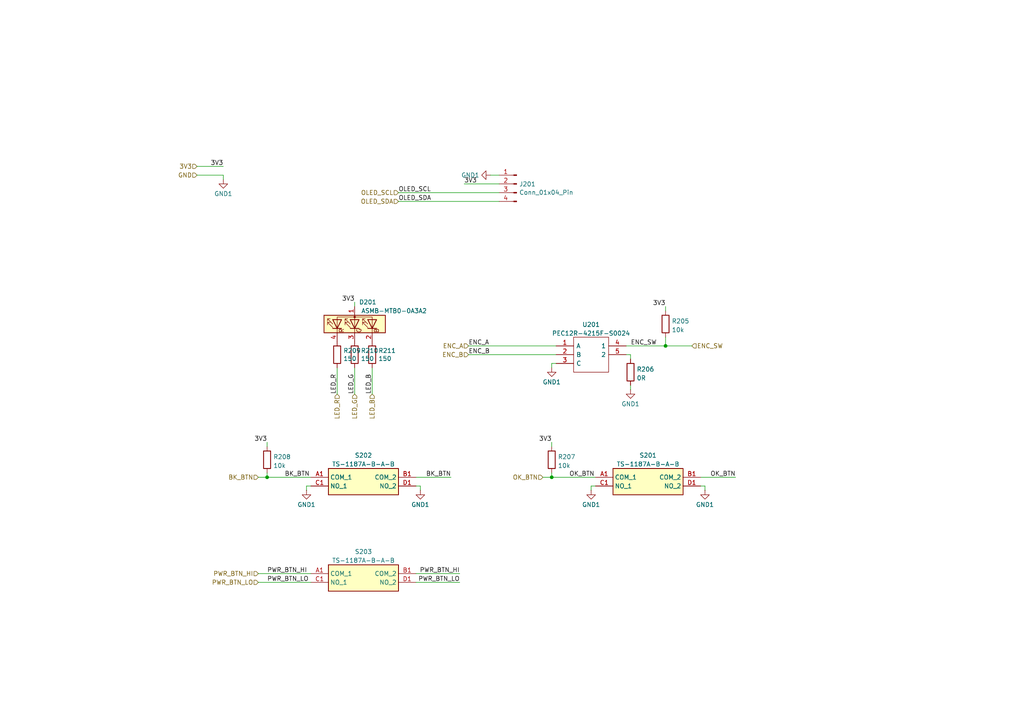
<source format=kicad_sch>
(kicad_sch (version 20231120) (generator "eeschema") (generator_version "8.0")
  (paper "A4")
  (lib_symbols
    (symbol "Connector:Conn_01x04_Pin" (pin_names (offset 1.016) hide)
      (property "Reference" "J" (at 0 5.08 0))
      (property "Value" "Conn_01x04_Pin" (at 0 -7.62 0))
      (symbol "Conn_01x04_Pin_1_1"
        (polyline (pts (xy 1.27 -5.08) (xy 0.8636 -5.08)) (stroke (width 0.1524)))
        (polyline (pts (xy 1.27 -2.54) (xy 0.8636 -2.54)) (stroke (width 0.1524)))
        (polyline (pts (xy 1.27 0) (xy 0.8636 0)) (stroke (width 0.1524)))
        (polyline (pts (xy 1.27 2.54) (xy 0.8636 2.54)) (stroke (width 0.1524)))
        (rectangle (start 0.8636 -4.953) (end 0 -5.207) (stroke (width 0.1524)) (fill (type outline)))
        (rectangle (start 0.8636 -2.413) (end 0 -2.667) (stroke (width 0.1524)) (fill (type outline)))
        (rectangle (start 0.8636 0.127) (end 0 -0.127) (stroke (width 0.1524)) (fill (type outline)))
        (rectangle (start 0.8636 2.667) (end 0 2.413) (stroke (width 0.1524)) (fill (type outline)))
        (pin passive line (at 5.08 2.54 180) (length 3.81) (name "Pin_1") (number "1"))
        (pin passive line (at 5.08 0 180) (length 3.81) (name "Pin_2") (number "2"))
        (pin passive line (at 5.08 -2.54 180) (length 3.81) (name "Pin_3") (number "3"))
        (pin passive line (at 5.08 -5.08 180) (length 3.81) (name "Pin_4") (number "4"))
      )
    )
    (symbol "Device:R" (pin_numbers hide) (pin_names (offset 0))
      (property "Reference" "R" (at 2.032 0 90))
      (property "Value" "R" (at 0 0 90))
      (symbol "R_0_1"
        (rectangle (start -1.016 -2.54) (end 1.016 2.54) (stroke (width 0.254)))
      )
      (symbol "R_1_1"
        (pin passive line (at 0 3.81 270) (length 1.27) (name "~") (number "1"))
        (pin passive line (at 0 -3.81 90) (length 1.27) (name "~") (number "2"))
      )
    )
    (symbol "LED:ASMB-MTB0-0A3A2" (pin_names (offset 0) hide)
      (property "Reference" "D" (at 0 10.16 0))
      (property "Value" "ASMB-MTB0-0A3A2" (at 0 -10.16 0))
      (symbol "ASMB-MTB0-0A3A2_0_0"
        (text "B" (at -1.905 -6.35 0) (effects (font (size 1.27 1.27))))
        (text "G" (at -1.905 -1.27 0) (effects (font (size 1.27 1.27))))
        (text "R" (at -1.905 3.81 0) (effects (font (size 1.27 1.27))))
      )
      (symbol "ASMB-MTB0-0A3A2_0_1"
        (rectangle (start -2.54 -8.89) (end 2.54 8.89) (stroke (width 0.254)) (fill (type background)))
        (polyline (pts (xy -2.54 -5.08) (xy 1.27 -5.08)))
        (polyline (pts (xy -1.27 -3.81) (xy -1.27 -6.35)) (stroke (width 0.254)))
        (polyline (pts (xy -1.27 1.27) (xy -1.27 -1.27)) (stroke (width 0.254)))
        (polyline (pts (xy -1.27 6.35) (xy -1.27 3.81)) (stroke (width 0.254)))
        (polyline (pts (xy 1.27 5.08) (xy -2.54 5.08)))
        (polyline (pts (xy 2.54 0) (xy -2.54 0)))
        (polyline (pts (xy 1.27 -5.08) (xy 2.032 -5.08) (xy 2.032 5.08) (xy 1.27 5.08)))
        (polyline (pts (xy 1.27 -3.81) (xy 1.27 -6.35) (xy -1.27 -5.08) (xy 1.27 -3.81)) (stroke (width 0.254)))
        (polyline (pts (xy 1.27 1.27) (xy 1.27 -1.27) (xy -1.27 0) (xy 1.27 1.27)) (stroke (width 0.254)))
        (polyline (pts (xy 1.27 6.35) (xy 1.27 3.81) (xy -1.27 5.08) (xy 1.27 6.35)) (stroke (width 0.254)))
        (polyline (pts (xy -1.016 -3.81) (xy 0.508 -2.286) (xy -0.254 -2.286) (xy 0.508 -2.286) (xy 0.508 -3.048)))
        (polyline (pts (xy -1.016 1.27) (xy 0.508 2.794) (xy -0.254 2.794) (xy 0.508 2.794) (xy 0.508 2.032)))
        (polyline (pts (xy -1.016 6.35) (xy 0.508 7.874) (xy -0.254 7.874) (xy 0.508 7.874) (xy 0.508 7.112)))
        (polyline (pts (xy 0 -3.81) (xy 1.524 -2.286) (xy 0.762 -2.286) (xy 1.524 -2.286) (xy 1.524 -3.048)))
        (polyline (pts (xy 0 1.27) (xy 1.524 2.794) (xy 0.762 2.794) (xy 1.524 2.794) (xy 1.524 2.032)))
        (polyline (pts (xy 0 6.35) (xy 1.524 7.874) (xy 0.762 7.874) (xy 1.524 7.874) (xy 1.524 7.112)))
        (rectangle (start 1.27 6.35) (end 1.27 6.35))
        (circle (center 2.032 0) (radius 0.254) (fill (type outline)))
      )
      (symbol "ASMB-MTB0-0A3A2_1_1"
        (pin passive line (at 5.08 0 180) (length 2.54) (name "A") (number "1"))
        (pin passive line (at -5.08 -5.08 0) (length 2.54) (name "BK") (number "2"))
        (pin passive line (at -5.08 0 0) (length 2.54) (name "GK") (number "3"))
        (pin passive line (at -5.08 5.08 0) (length 2.54) (name "RK") (number "4"))
      )
    )
    (symbol "PEC12R-4215F-S0024:PEC12R-4215F-S0024" (pin_names (offset 0.762))
      (property "Reference" "U" (at 16.51 7.62 0))
      (property "Value" "PEC12R-4215F-S0024" (at 16.51 5.08 0))
      (symbol "PEC12R-4215F-S0024_0_0"
        (pin passive line (at 0 0 0) (length 5.08) (name "A") (number "1"))
        (pin passive line (at 0 -2.54 0) (length 5.08) (name "B") (number "2"))
        (pin passive line (at 0 -5.08 0) (length 5.08) (name "C") (number "3"))
        (pin passive line (at 20.32 0 180) (length 5.08) (name "1") (number "4"))
        (pin passive line (at 20.32 -2.54 180) (length 5.08) (name "2") (number "5"))
      )
      (symbol "PEC12R-4215F-S0024_0_1"
        (polyline (pts (xy 5.08 2.54) (xy 15.24 2.54) (xy 15.24 -7.62) (xy 5.08 -7.62) (xy 5.08 2.54)) (stroke (width 0.1524)))
      )
    )
    (symbol "TS-1187A-B-A-B:TS-1187A-B-A-B"
      (property "Reference" "S" (at 26.67 7.62 0))
      (property "Value" "TS-1187A-B-A-B" (at 26.67 5.08 0))
      (property "LCSC" "C318884" (at 0 0 0))
      (symbol "TS-1187A-B-A-B_1_1"
        (rectangle (start 5.08 2.54) (end 25.4 -5.08) (stroke (width 0.254)) (fill (type background)))
        (pin passive line (at 0 0 0) (length 5.08) (name "COM_1") (number "A1"))
        (pin passive line (at 30.48 0 180) (length 5.08) (name "COM_2") (number "B1"))
        (pin passive line (at 0 -2.54 0) (length 5.08) (name "NO_1") (number "C1"))
        (pin passive line (at 30.48 -2.54 180) (length 5.08) (name "NO_2") (number "D1"))
      )
    )
    (symbol "power:GND1" (power) (pin_numbers hide) (pin_names (offset 0) hide)
      (property "Value" "GND1" (at 0 -3.81 0))
      (symbol "GND1_0_1"
        (polyline (pts (xy 0 0) (xy 0 -1.27) (xy 1.27 -1.27) (xy 0 -2.54) (xy -1.27 -1.27) (xy 0 -1.27)))
      )
      (symbol "GND1_1_1"
        (pin power_in line (at 0 0 270) (length 0) (name "~") (number "1"))
      )
    )
  )
  (junction (at 77.47 138.43))
  (junction (at 193.04 100.33))
  (junction (at 160.02 138.43))
  (wire (pts (xy 74.93 138.43) (xy 77.47 138.43)))
  (wire (pts (xy 181.61 102.87) (xy 182.88 102.87)))
  (wire (pts (xy 102.87 87.63) (xy 102.87 88.9)))
  (wire (pts (xy 171.45 140.97) (xy 172.72 140.97)))
  (wire (pts (xy 203.2 140.97) (xy 204.47 140.97)))
  (wire (pts (xy 181.61 100.33) (xy 193.04 100.33)))
  (wire (pts (xy 182.88 113.03) (xy 182.88 111.76)))
  (wire (pts (xy 193.04 97.79) (xy 193.04 100.33)))
  (wire (pts (xy 64.77 50.8) (xy 64.77 52.07)))
  (wire (pts (xy 88.9 140.97) (xy 90.17 140.97)))
  (wire (pts (xy 142.24 50.8) (xy 144.78 50.8)))
  (wire (pts (xy 160.02 137.16) (xy 160.02 138.43)))
  (wire (pts (xy 115.57 58.42) (xy 144.78 58.42)))
  (wire (pts (xy 203.2 138.43) (xy 213.36 138.43)))
  (wire (pts (xy 57.15 48.26) (xy 64.77 48.26)))
  (wire (pts (xy 120.65 138.43) (xy 130.81 138.43)))
  (wire (pts (xy 160.02 105.41) (xy 160.02 106.68)))
  (wire (pts (xy 121.92 140.97) (xy 121.92 142.24)))
  (wire (pts (xy 102.87 106.68) (xy 102.87 114.3)))
  (wire (pts (xy 182.88 102.87) (xy 182.88 104.14)))
  (wire (pts (xy 135.89 100.33) (xy 161.29 100.33)))
  (wire (pts (xy 115.57 55.88) (xy 144.78 55.88)))
  (wire (pts (xy 88.9 140.97) (xy 88.9 142.24)))
  (wire (pts (xy 77.47 137.16) (xy 77.47 138.43)))
  (wire (pts (xy 193.04 88.9) (xy 193.04 90.17)))
  (wire (pts (xy 107.95 106.68) (xy 107.95 114.3)))
  (wire (pts (xy 97.79 106.68) (xy 97.79 114.3)))
  (wire (pts (xy 77.47 138.43) (xy 90.17 138.43)))
  (wire (pts (xy 134.62 53.34) (xy 144.78 53.34)))
  (wire (pts (xy 135.89 102.87) (xy 161.29 102.87)))
  (wire (pts (xy 74.93 166.37) (xy 90.17 166.37)))
  (wire (pts (xy 157.48 138.43) (xy 160.02 138.43)))
  (wire (pts (xy 57.15 50.8) (xy 64.77 50.8)))
  (wire (pts (xy 160.02 128.27) (xy 160.02 129.54)))
  (wire (pts (xy 120.65 140.97) (xy 121.92 140.97)))
  (wire (pts (xy 74.93 168.91) (xy 90.17 168.91)))
  (wire (pts (xy 160.02 138.43) (xy 172.72 138.43)))
  (wire (pts (xy 193.04 100.33) (xy 200.66 100.33)))
  (wire (pts (xy 133.35 166.37) (xy 120.65 166.37)))
  (wire (pts (xy 77.47 128.27) (xy 77.47 129.54)))
  (wire (pts (xy 171.45 140.97) (xy 171.45 142.24)))
  (wire (pts (xy 133.35 168.91) (xy 120.65 168.91)))
  (wire (pts (xy 204.47 140.97) (xy 204.47 142.24)))
  (wire (pts (xy 161.29 105.41) (xy 160.02 105.41)))
  (label "LED_B" (at 107.95 114.3 90))
  (label "BK_BTN" (at 130.81 138.43 180))
  (label "OK_BTN" (at 213.36 138.43 180))
  (label "OLED_SDA" (at 115.57 58.42 0))
  (label "ENC_A" (at 135.89 100.33 0))
  (label "PWR_BTN_LO" (at 77.47 168.91 0))
  (label "ENC_B" (at 135.89 102.87 0))
  (label "3V3" (at 102.87 87.63 180))
  (label "PWR_BTN_HI" (at 77.47 166.37 0))
  (label "3V3" (at 160.02 128.27 180))
  (label "PWR_BTN_LO" (at 133.35 168.91 180))
  (label "OK_BTN" (at 165.1 138.43 0))
  (label "PWR_BTN_HI" (at 133.35 166.37 180))
  (label "3V3" (at 134.62 53.34 0))
  (label "OLED_SCL" (at 115.57 55.88 0))
  (label "LED_G" (at 102.87 114.3 90))
  (label "ENC_SW" (at 190.5 100.33 180))
  (label "BK_BTN" (at 82.55 138.43 0))
  (label "3V3" (at 77.47 128.27 180))
  (label "3V3" (at 64.77 48.26 180))
  (label "3V3" (at 193.04 88.9 180))
  (label "LED_R" (at 97.79 114.3 90))
  (hierarchical_label "OLED_SDA" (shape input) (at 115.57 58.42 180))
  (hierarchical_label "ENC_A" (shape input) (at 135.89 100.33 180))
  (hierarchical_label "PWR_BTN_HI" (shape input) (at 74.93 166.37 180))
  (hierarchical_label "ENC_B" (shape input) (at 135.89 102.87 180))
  (hierarchical_label "PWR_BTN_LO" (shape input) (at 74.93 168.91 180))
  (hierarchical_label "LED_B" (shape input) (at 107.95 114.3 270))
  (hierarchical_label "LED_R" (shape input) (at 97.79 114.3 270))
  (hierarchical_label "3V3" (shape input) (at 57.15 48.26 180))
  (hierarchical_label "OK_BTN" (shape input) (at 157.48 138.43 180))
  (hierarchical_label "OLED_SCL" (shape input) (at 115.57 55.88 180))
  (hierarchical_label "ENC_SW" (shape input) (at 200.66 100.33 0))
  (hierarchical_label "GND" (shape input) (at 57.15 50.8 180))
  (hierarchical_label "BK_BTN" (shape input) (at 74.93 138.43 180))
  (hierarchical_label "LED_G" (shape input) (at 102.87 114.3 270))
  (symbol (lib_id "power:GND1") (at 204.47 142.24 0) (unit 1)
    (property "Reference" "#PWR0211" (effects (hide yes)))
    (property "Value" "GND1" (at 204.47 146.3731 0))
    (property "Description" "Power symbol creates a global label with name \"GND1\" , ground" (effects (hide yes)))
  )
  (symbol (lib_id "power:GND1") (at 121.92 142.24 0) (unit 1)
    (property "Reference" "#PWR0214" (effects (hide yes)))
    (property "Value" "GND1" (at 121.92 146.3731 0))
    (property "Description" "Power symbol creates a global label with name \"GND1\" , ground" (effects (hide yes)))
  )
  (symbol (lib_id "PEC12R-4215F-S0024:PEC12R-4215F-S0024") (at 161.29 100.33 0) (unit 1)
    (property "Reference" "U201" (at 171.45 94.141 0))
    (property "Value" "PEC12R-4215F-S0024" (at 171.45 96.6779 0))
    (property "Footprint" "PEC12R:PEC12R-4XXXF-SXXXX" (effects (hide yes)))
    (property "Datasheet" "https://datasheet.datasheetarchive.com/originals/distributors/DKDS-12/224890.pdf" (effects (hide yes)))
    (property "Description" "Encoders HORZ 24DET 24PULSE 15mm SHAFT SPST SW" (effects (hide yes)))
    (property "Manufacturer_Name" "Bourns" (effects (hide yes)))
    (property "Manufacturer_Part_Number" "PEC12R-4215F-S0024" (effects (hide yes)))
    (property "Mouser Part Number" "652-PEC12R-4215F-S24" (effects (hide yes)))
    (property "Mouser Price/Stock" "https://www.mouser.co.uk/ProductDetail/Bourns/PEC12R-4215F-S0024?qs=pxDZlBjcsCiq%252B%252BLwoVCNNg%3D%3D" (effects (hide yes)))
    (property "Assemble?" "N" (effects (hide yes)))
  )
  (symbol (lib_id "TS-1187A-B-A-B:TS-1187A-B-A-B") (at 90.17 166.37 0) (unit 1)
    (property "Reference" "S203" (at 105.41 160.02 0))
    (property "Value" "TS-1187A-B-A-B" (at 105.41 162.56 0))
    (property "Footprint" "LIB_TS-1187A-B-A-B:TS1187ABAB" (effects (hide yes)))
    (property "Datasheet" "http://www.helloxkb.com/public/images/pdf/TS-1187A-X-X-X.pdf" (effects (hide yes)))
    (property "Height" "4.05" (effects (hide yes)))
    (property "Manufacturer_Name" "XKB Connectivity" (effects (hide yes)))
    (property "Manufacturer_Part_Number" "TS-1187A-B-A-B" (effects (hide yes)))
    (property "LCSC" "C318884" (effects (hide yes)))
    (property "Assemble?" "Y" (effects (hide yes)))
  )
  (symbol (lib_id "power:GND1") (at 160.02 106.68 0) (unit 1)
    (property "Reference" "#PWR0208" (effects (hide yes)))
    (property "Value" "GND1" (at 160.02 110.8131 0))
    (property "Description" "Power symbol creates a global label with name \"GND1\" , ground" (effects (hide yes)))
  )
  (symbol (lib_id "power:GND1") (at 182.88 113.03 0) (unit 1)
    (property "Reference" "#PWR0203" (effects (hide yes)))
    (property "Value" "GND1" (at 182.88 117.1631 0))
    (property "Description" "Power symbol creates a global label with name \"GND1\" , ground" (effects (hide yes)))
  )
  (symbol (lib_id "Device:R") (at 77.47 133.35 0) (unit 1)
    (property "Reference" "R208" (at 79.248 132.5153 0) (effects (justify left)))
    (property "Value" "10k" (at 79.248 135.0522 0) (effects (justify left)))
    (property "Footprint" "Resistor_SMD:R_0402_1005Metric" (effects (hide yes)))
    (property "LCSC" "C25744" (effects (hide yes)))
  )
  (symbol (lib_id "Device:R") (at 160.02 133.35 0) (unit 1)
    (property "Reference" "R207" (at 161.798 132.5153 0) (effects (justify left)))
    (property "Value" "10k" (at 161.798 135.0522 0) (effects (justify left)))
    (property "Footprint" "Resistor_SMD:R_0402_1005Metric" (effects (hide yes)))
    (property "LCSC" "C25744" (effects (hide yes)))
  )
  (symbol (lib_id "power:GND1") (at 64.77 52.07 0) (unit 1)
    (property "Reference" "#PWR0201" (effects (hide yes)))
    (property "Value" "GND1" (at 64.77 56.2031 0))
    (property "Description" "Power symbol creates a global label with name \"GND1\" , ground" (effects (hide yes)))
  )
  (symbol (lib_id "TS-1187A-B-A-B:TS-1187A-B-A-B") (at 90.17 138.43 0) (unit 1)
    (property "Reference" "S202" (at 105.41 132.08 0))
    (property "Value" "TS-1187A-B-A-B" (at 105.41 134.62 0))
    (property "Footprint" "LIB_TS-1187A-B-A-B:TS1187ABAB" (effects (hide yes)))
    (property "Datasheet" "http://www.helloxkb.com/public/images/pdf/TS-1187A-X-X-X.pdf" (effects (hide yes)))
    (property "Height" "4.05" (effects (hide yes)))
    (property "Manufacturer_Name" "XKB Connectivity" (effects (hide yes)))
    (property "Manufacturer_Part_Number" "TS-1187A-B-A-B" (effects (hide yes)))
    (property "LCSC" "C318884" (effects (hide yes)))
    (property "Assemble?" "Y" (effects (hide yes)))
  )
  (symbol (lib_id "Device:R") (at 193.04 93.98 0) (unit 1)
    (property "Reference" "R205" (at 194.818 93.1453 0) (effects (justify left)))
    (property "Value" "10k" (at 194.818 95.6822 0) (effects (justify left)))
    (property "Footprint" "Resistor_SMD:R_0402_1005Metric" (effects (hide yes)))
    (property "Assemble?" "Y" (effects (hide yes)))
    (property "LCSC" "C25744" (effects (hide yes)))
  )
  (symbol (lib_id "Connector:Conn_01x04_Pin") (at 149.86 53.34 0) (mirror y) (unit 1)
    (property "Reference" "J201" (at 150.5712 53.3978 0) (effects (justify right)))
    (property "Value" "Conn_01x04_Pin" (at 150.5712 55.8221 0) (effects (justify right)))
    (property "Footprint" "Oled:OLED_1.3" (effects (hide yes)))
    (property "Description" "Generic connector, single row, 01x04, script generated" (effects (hide yes)))
  )
  (symbol (lib_id "Device:R") (at 97.79 102.87 0) (unit 1)
    (property "Reference" "R209" (at 99.568 101.7016 0) (effects (justify left)))
    (property "Value" "150" (at 99.568 104.013 0) (effects (justify left)))
    (property "Footprint" "Resistor_SMD:R_0603_1608Metric" (effects (hide yes)))
    (property "Assemble?" "Y" (effects (hide yes)))
    (property "LCSC" "C22808" (effects (hide yes)))
  )
  (symbol (lib_id "power:GND1") (at 171.45 142.24 0) (unit 1)
    (property "Reference" "#PWR0209" (effects (hide yes)))
    (property "Value" "GND1" (at 171.45 146.3731 0))
    (property "Description" "Power symbol creates a global label with name \"GND1\" , ground" (effects (hide yes)))
  )
  (symbol (lib_id "LED:ASMB-MTB0-0A3A2") (at 102.87 93.98 90) (unit 1)
    (property "Reference" "D201" (at 106.68 87.63 90))
    (property "Value" "ASMB-MTB0-0A3A2" (at 114.3 90.17 90))
    (property "Footprint" "ASMB-MTB0-0A3A2:ASMBMTB00A3A2" (effects (hide yes)))
    (property "Datasheet" "https://docs.broadcom.com/docs/AV02-4186EN" (effects (hide yes)))
    (property "Assemble?" "N" (effects (hide yes)))
  )
  (symbol (lib_id "TS-1187A-B-A-B:TS-1187A-B-A-B") (at 172.72 138.43 0) (unit 1)
    (property "Reference" "S201" (at 187.96 132.08 0))
    (property "Value" "TS-1187A-B-A-B" (at 187.96 134.62 0))
    (property "Footprint" "LIB_TS-1187A-B-A-B:TS1187ABAB" (effects (hide yes)))
    (property "Datasheet" "http://www.helloxkb.com/public/images/pdf/TS-1187A-X-X-X.pdf" (effects (hide yes)))
    (property "Height" "4.05" (effects (hide yes)))
    (property "Manufacturer_Name" "XKB Connectivity" (effects (hide yes)))
    (property "Manufacturer_Part_Number" "TS-1187A-B-A-B" (effects (hide yes)))
    (property "LCSC" "C318884" (effects (hide yes)))
    (property "Assemble?" "Y" (effects (hide yes)))
  )
  (symbol (lib_id "Device:R") (at 107.95 102.87 0) (unit 1)
    (property "Reference" "R211" (at 109.728 101.7016 0) (effects (justify left)))
    (property "Value" "150" (at 109.728 104.013 0) (effects (justify left)))
    (property "Footprint" "Resistor_SMD:R_0603_1608Metric" (effects (hide yes)))
    (property "Assemble?" "Y" (effects (hide yes)))
    (property "LCSC" "C22808" (effects (hide yes)))
  )
  (symbol (lib_id "power:GND1") (at 88.9 142.24 0) (unit 1)
    (property "Reference" "#PWR0212" (effects (hide yes)))
    (property "Value" "GND1" (at 88.9 146.3731 0))
    (property "Description" "Power symbol creates a global label with name \"GND1\" , ground" (effects (hide yes)))
  )
  (symbol (lib_id "power:GND1") (at 142.24 50.8 270) (unit 1)
    (property "Reference" "#PWR0215" (effects (hide yes)))
    (property "Value" "GND1" (at 139.065 50.8 90) (effects (justify right)))
    (property "Description" "Power symbol creates a global label with name \"GND1\" , ground" (effects (hide yes)))
  )
  (symbol (lib_id "Device:R") (at 182.88 107.95 0) (unit 1)
    (property "Reference" "R206" (at 184.658 107.1153 0) (effects (justify left)))
    (property "Value" "0R" (at 184.658 109.6522 0) (effects (justify left)))
    (property "Footprint" "Resistor_SMD:R_0402_1005Metric" (effects (hide yes)))
    (property "Assemble?" "Y" (effects (hide yes)))
    (property "LCSC" "C17168" (effects (hide yes)))
  )
  (symbol (lib_id "Device:R") (at 102.87 102.87 0) (unit 1)
    (property "Reference" "R210" (at 104.648 101.7016 0) (effects (justify left)))
    (property "Value" "150" (at 104.648 104.013 0) (effects (justify left)))
    (property "Footprint" "Resistor_SMD:R_0603_1608Metric" (effects (hide yes)))
    (property "Assemble?" "Y" (effects (hide yes)))
    (property "LCSC" "C22808" (effects (hide yes)))
  )
)
</source>
